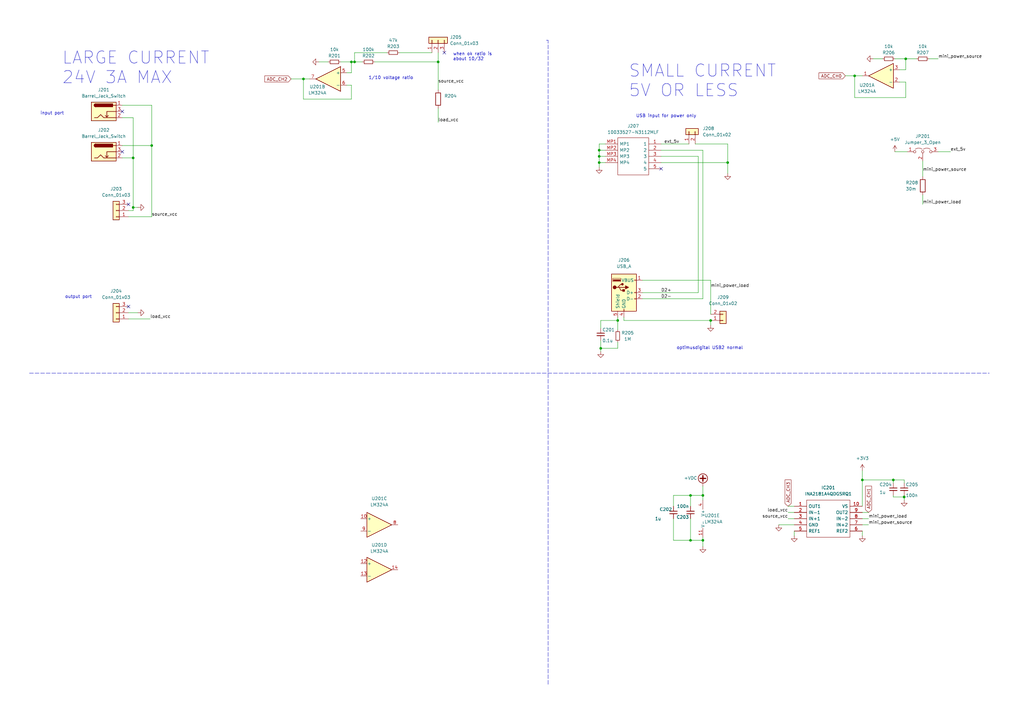
<source format=kicad_sch>
(kicad_sch (version 20211123) (generator eeschema)
  (paper "A3")
  (title_block (title "ESP32 audio power meter SD dataloger") (rev "1"))
  (lib_symbols
    (symbol "Amplifier_Operational:LM324A" (pin_names (offset 0.127))
      (property "Reference" "U" (at 0 5.08 0))
      (property "Value" "LM324A" (at 0 -5.08 0))
      (symbol "LM324A_1_1"
        (polyline (pts (xy -5.08 5.08) (xy 5.08 0) (xy -5.08 -5.08) (xy -5.08 5.08)) (stroke (width 0.254)) (fill (type background)))
        (pin output line (at 7.62 0 180) (length 2.54) (name "~") (number "1"))
        (pin input line (at -7.62 -2.54 0) (length 2.54) (name "-") (number "2"))
        (pin input line (at -7.62 2.54 0) (length 2.54) (name "+") (number "3"))
      )
      (symbol "LM324A_2_1"
        (polyline (pts (xy -5.08 5.08) (xy 5.08 0) (xy -5.08 -5.08) (xy -5.08 5.08)) (stroke (width 0.254)) (fill (type background)))
        (pin input line (at -7.62 2.54 0) (length 2.54) (name "+") (number "5"))
        (pin input line (at -7.62 -2.54 0) (length 2.54) (name "-") (number "6"))
        (pin output line (at 7.62 0 180) (length 2.54) (name "~") (number "7"))
      )
      (symbol "LM324A_3_1"
        (polyline (pts (xy -5.08 5.08) (xy 5.08 0) (xy -5.08 -5.08) (xy -5.08 5.08)) (stroke (width 0.254)) (fill (type background)))
        (pin input line (at -7.62 2.54 0) (length 2.54) (name "+") (number "10"))
        (pin output line (at 7.62 0 180) (length 2.54) (name "~") (number "8"))
        (pin input line (at -7.62 -2.54 0) (length 2.54) (name "-") (number "9"))
      )
      (symbol "LM324A_4_1"
        (polyline (pts (xy -5.08 5.08) (xy 5.08 0) (xy -5.08 -5.08) (xy -5.08 5.08)) (stroke (width 0.254)) (fill (type background)))
        (pin input line (at -7.62 2.54 0) (length 2.54) (name "+") (number "12"))
        (pin input line (at -7.62 -2.54 0) (length 2.54) (name "-") (number "13"))
        (pin output line (at 7.62 0 180) (length 2.54) (name "~") (number "14"))
      )
      (symbol "LM324A_5_1"
        (pin power_in line (at -2.54 -7.62 90) (length 3.81) (name "V-") (number "11"))
        (pin power_in line (at -2.54 7.62 270) (length 3.81) (name "V+") (number "4"))
      )
    )
    (symbol "Connector:Barrel_Jack_Switch" (pin_names hide)
      (property "Reference" "J" (at 0 5.334 0))
      (property "Value" "Barrel_Jack_Switch" (at 0 -5.08 0))
      (symbol "Barrel_Jack_Switch_0_1"
        (rectangle (start -5.08 3.81) (end 5.08 -3.81) (stroke (width 0.254)) (fill (type background)))
        (arc (start -3.302 3.175) (mid -3.937 2.54) (end -3.302 1.905) (stroke (width 0.254)))
        (arc (start -3.302 3.175) (mid -3.937 2.54) (end -3.302 1.905) (stroke (width 0.254)) (fill (type outline)))
        (polyline (pts (xy 1.27 -2.286) (xy 1.905 -1.651)) (stroke (width 0.254)))
        (polyline (pts (xy 5.08 2.54) (xy 3.81 2.54)) (stroke (width 0.254)))
        (polyline (pts (xy 5.08 0) (xy 1.27 0) (xy 1.27 -2.286) (xy 0.635 -1.651)) (stroke (width 0.254)))
        (polyline (pts (xy -3.81 -2.54) (xy -2.54 -2.54) (xy -1.27 -1.27) (xy 0 -2.54) (xy 2.54 -2.54) (xy 5.08 -2.54)) (stroke (width 0.254)))
        (rectangle (start 3.683 3.175) (end -3.302 1.905) (stroke (width 0.254)) (fill (type outline)))
      )
      (symbol "Barrel_Jack_Switch_1_1"
        (pin passive line (at 7.62 2.54 180) (length 2.54) (name "~") (number "1"))
        (pin passive line (at 7.62 -2.54 180) (length 2.54) (name "~") (number "2"))
        (pin passive line (at 7.62 0 180) (length 2.54) (name "~") (number "3"))
      )
    )
    (symbol "Connector:USB_A" (pin_names (offset 1.016))
      (property "Reference" "J" (at -5.08 11.43 0))
      (property "Value" "USB_A" (at -5.08 8.89 0))
      (symbol "USB_A_0_1"
        (rectangle (start -5.08 -7.62) (end 5.08 7.62) (stroke (width 0.254)) (fill (type background)))
        (circle (center -3.81 2.159) (radius 0.635) (stroke (width 0.254)) (fill (type outline)))
        (rectangle (start -1.524 4.826) (end -4.318 5.334) (fill (type outline)))
        (rectangle (start -1.27 4.572) (end -4.572 5.842))
        (circle (center -0.635 3.429) (radius 0.381) (stroke (width 0.254)) (fill (type outline)))
        (rectangle (start -0.127 -7.62) (end 0.127 -6.858))
        (polyline (pts (xy -3.175 2.159) (xy -2.54 2.159) (xy -1.27 3.429) (xy -0.635 3.429)) (stroke (width 0.254)))
        (polyline (pts (xy -2.54 2.159) (xy -1.905 2.159) (xy -1.27 0.889) (xy 0 0.889)) (stroke (width 0.254)))
        (polyline (pts (xy 0.635 2.794) (xy 0.635 1.524) (xy 1.905 2.159) (xy 0.635 2.794)) (stroke (width 0.254)) (fill (type outline)))
        (rectangle (start 0.254 1.27) (end -0.508 0.508) (stroke (width 0.254)) (fill (type outline)))
        (rectangle (start 5.08 -2.667) (end 4.318 -2.413))
        (rectangle (start 5.08 -0.127) (end 4.318 0.127))
        (rectangle (start 5.08 4.953) (end 4.318 5.207))
      )
      (symbol "USB_A_1_1"
        (polyline (pts (xy -1.905 2.159) (xy 0.635 2.159)) (stroke (width 0.254)))
        (pin power_in line (at 7.62 5.08 180) (length 2.54) (name "VBUS") (number "1"))
        (pin bidirectional line (at 7.62 -2.54 180) (length 2.54) (name "D-") (number "2"))
        (pin bidirectional line (at 7.62 0 180) (length 2.54) (name "D+") (number "3"))
        (pin power_in line (at 0 -10.16 90) (length 2.54) (name "GND") (number "4"))
        (pin passive line (at -2.54 -10.16 90) (length 2.54) (name "Shield") (number "5"))
      )
    )
    (symbol "Connector_Generic:Conn_01x02" (pin_names (offset 1.016) hide)
      (property "Reference" "J" (at 0 2.54 0))
      (property "Value" "Conn_01x02" (at 0 -5.08 0))
      (symbol "Conn_01x02_1_1"
        (rectangle (start -1.27 -2.413) (end 0 -2.667) (stroke (width 0.1524)))
        (rectangle (start -1.27 0.127) (end 0 -0.127) (stroke (width 0.1524)))
        (rectangle (start -1.27 1.27) (end 1.27 -3.81) (stroke (width 0.254)) (fill (type background)))
        (pin passive line (at -5.08 0 0) (length 3.81) (name "Pin_1") (number "1"))
        (pin passive line (at -5.08 -2.54 0) (length 3.81) (name "Pin_2") (number "2"))
      )
    )
    (symbol "Connector_Generic:Conn_01x03" (pin_names (offset 1.016) hide)
      (property "Reference" "J" (at 0 5.08 0))
      (property "Value" "Conn_01x03" (at 0 -5.08 0))
      (symbol "Conn_01x03_1_1"
        (rectangle (start -1.27 -2.413) (end 0 -2.667) (stroke (width 0.1524)))
        (rectangle (start -1.27 0.127) (end 0 -0.127) (stroke (width 0.1524)))
        (rectangle (start -1.27 2.667) (end 0 2.413) (stroke (width 0.1524)))
        (rectangle (start -1.27 3.81) (end 1.27 -3.81) (stroke (width 0.254)) (fill (type background)))
        (pin passive line (at -5.08 2.54 0) (length 3.81) (name "Pin_1") (number "1"))
        (pin passive line (at -5.08 0 0) (length 3.81) (name "Pin_2") (number "2"))
        (pin passive line (at -5.08 -2.54 0) (length 3.81) (name "Pin_3") (number "3"))
      )
    )
    (symbol "Device:C_Small" (pin_numbers hide) (pin_names (offset 0.254) hide)
      (property "Reference" "C" (at 0.254 1.778 0))
      (property "Value" "C_Small" (at 0.254 -2.032 0))
      (symbol "C_Small_0_1"
        (polyline (pts (xy -1.524 -0.508) (xy 1.524 -0.508)) (stroke (width 0.3302)))
        (polyline (pts (xy -1.524 0.508) (xy 1.524 0.508)) (stroke (width 0.3048)))
      )
      (symbol "C_Small_1_1"
        (pin passive line (at 0 2.54 270) (length 2.032) (name "~") (number "1"))
        (pin passive line (at 0 -2.54 90) (length 2.032) (name "~") (number "2"))
      )
    )
    (symbol "Device:R" (pin_numbers hide) (pin_names (offset 0))
      (property "Reference" "R" (at 2.032 0 90))
      (property "Value" "R" (at 0 0 90))
      (symbol "R_0_1"
        (rectangle (start -1.016 -2.54) (end 1.016 2.54) (stroke (width 0.254)))
      )
      (symbol "R_1_1"
        (pin passive line (at 0 3.81 270) (length 1.27) (name "~") (number "1"))
        (pin passive line (at 0 -3.81 90) (length 1.27) (name "~") (number "2"))
      )
    )
    (symbol "Device:R_Small" (pin_numbers hide) (pin_names (offset 0.254) hide)
      (property "Reference" "R" (at 0.762 0.508 0))
      (property "Value" "R_Small" (at 0.762 -1.016 0))
      (symbol "R_Small_0_1"
        (rectangle (start -0.762 1.778) (end 0.762 -1.778) (stroke (width 0.2032)))
      )
      (symbol "R_Small_1_1"
        (pin passive line (at 0 2.54 270) (length 0.762) (name "~") (number "1"))
        (pin passive line (at 0 -2.54 90) (length 0.762) (name "~") (number "2"))
      )
    )
    (symbol "Jumper:Jumper_3_Open" (pin_names (offset 0) hide)
      (property "Reference" "JP" (at -2.54 -2.54 0))
      (property "Value" "Jumper_3_Open" (at 0 2.794 0))
      (symbol "Jumper_3_Open_0_0"
        (circle (center -3.302 0) (radius 0.508))
        (circle (center 0 0) (radius 0.508))
        (circle (center 3.302 0) (radius 0.508))
      )
      (symbol "Jumper_3_Open_0_1"
        (arc (start -0.254 1.016) (mid -1.651 1.4992) (end -3.048 1.016))
        (polyline (pts (xy 0 -0.508) (xy 0 -1.27)))
        (arc (start 3.048 1.016) (mid 1.651 1.4992) (end 0.254 1.016))
      )
      (symbol "Jumper_3_Open_1_1"
        (pin passive line (at -6.35 0 0) (length 2.54) (name "A") (number "1"))
        (pin input line (at 0 -3.81 90) (length 2.54) (name "C") (number "2"))
        (pin passive line (at 6.35 0 180) (length 2.54) (name "B") (number "3"))
      )
    )
    (symbol "SamacSys_Parts:10033527-N3112MLF" (pin_names (offset 0.762))
      (property "Reference" "J" (at 19.05 7.62 0))
      (property "Value" "10033527-N3112MLF" (at 19.05 5.08 0))
      (symbol "10033527-N3112MLF_0_0"
        (pin passive line (at 0 0 0) (length 5.08) (name "1") (number "1"))
        (pin passive line (at 0 -2.54 0) (length 5.08) (name "2") (number "2"))
        (pin passive line (at 0 -5.08 0) (length 5.08) (name "3") (number "3"))
        (pin passive line (at 0 -7.62 0) (length 5.08) (name "4") (number "4"))
        (pin passive line (at 0 -10.16 0) (length 5.08) (name "5") (number "5"))
        (pin passive line (at 22.86 0 180) (length 5.08) (name "MP1") (number "MP1"))
        (pin passive line (at 22.86 -2.54 180) (length 5.08) (name "MP2") (number "MP2"))
        (pin passive line (at 22.86 -5.08 180) (length 5.08) (name "MP3") (number "MP3"))
        (pin passive line (at 22.86 -7.62 180) (length 5.08) (name "MP4") (number "MP4"))
      )
      (symbol "10033527-N3112MLF_0_1"
        (polyline (pts (xy 5.08 2.54) (xy 17.78 2.54) (xy 17.78 -12.7) (xy 5.08 -12.7) (xy 5.08 2.54)) (stroke (width 0.1524)))
      )
    )
    (symbol "SamacSys_Parts:INA2181A4QDGSRQ1" (pin_names (offset 0.762))
      (property "Reference" "IC" (at 24.13 7.62 0))
      (property "Value" "INA2181A4QDGSRQ1" (at 24.13 5.08 0))
      (symbol "INA2181A4QDGSRQ1_0_0"
        (pin passive line (at 0 0 0) (length 5.08) (name "OUT1") (number "1"))
        (pin passive line (at 27.94 0 180) (length 5.08) (name "VS") (number "10"))
        (pin passive line (at 0 -2.54 0) (length 5.08) (name "IN-1") (number "2"))
        (pin passive line (at 0 -5.08 0) (length 5.08) (name "IN+1") (number "3"))
        (pin passive line (at 0 -7.62 0) (length 5.08) (name "GND") (number "4"))
        (pin passive line (at 0 -10.16 0) (length 5.08) (name "REF1") (number "5"))
        (pin passive line (at 27.94 -10.16 180) (length 5.08) (name "REF2") (number "6"))
        (pin passive line (at 27.94 -7.62 180) (length 5.08) (name "IN+2") (number "7"))
        (pin passive line (at 27.94 -5.08 180) (length 5.08) (name "IN-2") (number "8"))
        (pin passive line (at 27.94 -2.54 180) (length 5.08) (name "OUT2") (number "9"))
      )
      (symbol "INA2181A4QDGSRQ1_0_1"
        (polyline (pts (xy 5.08 2.54) (xy 22.86 2.54) (xy 22.86 -12.7) (xy 5.08 -12.7) (xy 5.08 2.54)) (stroke (width 0.1524)))
      )
    )
    (symbol "power:+3V3" (power) (pin_names (offset 0))
      (property "Value" "+3V3" (at 0 3.556 0))
      (symbol "+3V3_0_1"
        (polyline (pts (xy -0.762 1.27) (xy 0 2.54)))
        (polyline (pts (xy 0 0) (xy 0 2.54)))
        (polyline (pts (xy 0 2.54) (xy 0.762 1.27)))
      )
      (symbol "+3V3_1_1"
        (pin power_in line (at 0 0 90) (length 0) hide (name "+3V3") (number "1"))
      )
    )
    (symbol "power:+5V" (power) (pin_names (offset 0))
      (property "Value" "+5V" (at 0 3.556 0))
      (symbol "+5V_0_1"
        (polyline (pts (xy -0.762 1.27) (xy 0 2.54)))
        (polyline (pts (xy 0 0) (xy 0 2.54)))
        (polyline (pts (xy 0 2.54) (xy 0.762 1.27)))
      )
      (symbol "+5V_1_1"
        (pin power_in line (at 0 0 90) (length 0) hide (name "+5V") (number "1"))
      )
    )
    (symbol "power:+VDC" (power) (pin_names (offset 0))
      (property "Value" "+VDC" (at 0 6.35 0))
      (symbol "+VDC_0_1"
        (polyline (pts (xy -1.143 3.175) (xy 1.143 3.175)) (stroke (width 0.508)))
        (polyline (pts (xy 0 0) (xy 0 1.27)))
        (polyline (pts (xy 0 2.032) (xy 0 4.318)) (stroke (width 0.508)))
        (circle (center 0 3.175) (radius 1.905) (stroke (width 0.254)))
      )
      (symbol "+VDC_1_1"
        (pin power_in line (at 0 0 90) (length 0) hide (name "+VDC") (number "1"))
      )
    )
    (symbol "power:GND" (power) (pin_names (offset 0))
      (property "Value" "GND" (at 0 -3.81 0))
      (symbol "GND_0_1"
        (polyline (pts (xy 0 0) (xy 0 -1.27) (xy 1.27 -1.27) (xy 0 -2.54) (xy -1.27 -1.27) (xy 0 -1.27)))
      )
      (symbol "GND_1_1"
        (pin power_in line (at 0 0 270) (length 0) hide (name "GND") (number "1"))
      )
    )
  )
  (junction (at 144.145 25.4))
  (junction (at 353.695 196.85))
  (junction (at 62.23 59.69))
  (junction (at 298.45 66.675))
  (junction (at 145.415 25.4))
  (junction (at 350.52 31.115))
  (junction (at 288.29 203.2))
  (junction (at 366.395 196.85))
  (junction (at 124.46 32.385))
  (junction (at 288.29 221.615))
  (junction (at 246.38 142.875))
  (junction (at 245.745 66.675))
  (junction (at 291.465 131.445))
  (junction (at 371.475 24.13))
  (junction (at 54.61 64.77))
  (junction (at 253.365 131.445))
  (junction (at 179.705 25.4))
  (junction (at 370.84 203.835))
  (junction (at 283.21 221.615))
  (junction (at 245.745 64.135))
  (junction (at 283.21 203.2))
  (junction (at 245.745 61.595))
  (junction (at 54.61 85.09))
  (no_connect (at 50.165 62.23))
  (no_connect (at 50.165 45.72))
  (no_connect (at 182.245 21.59))
  (no_connect (at 271.145 69.215))
  (no_connect (at 52.705 83.82))
  (no_connect (at 52.705 125.73))
  (wire (pts (xy 62.23 59.69) (xy 62.23 88.9)))
  (wire (pts (xy 370.84 203.835) (xy 370.84 203.2)))
  (wire (pts (xy 263.525 114.935) (xy 291.465 114.935)))
  (wire (pts (xy 179.705 25.4) (xy 179.705 36.83)))
  (wire (pts (xy 361.95 24.13) (xy 358.14 24.13)))
  (wire (pts (xy 52.705 128.27) (xy 56.515 128.27)))
  (wire (pts (xy 276.225 207.645) (xy 276.225 203.2)))
  (wire (pts (xy 378.46 80.01) (xy 378.46 83.82)))
  (wire (pts (xy 54.61 48.26) (xy 50.165 48.26)))
  (wire (pts (xy 271.145 64.135) (xy 286.385 64.135)))
  (wire (pts (xy 346.71 31.115) (xy 350.52 31.115)))
  (wire (pts (xy 144.145 40.64) (xy 144.145 34.925)))
  (wire (pts (xy 371.475 28.575) (xy 371.475 24.13)))
  (wire (pts (xy 253.365 131.445) (xy 253.365 135.255)))
  (wire (pts (xy 288.29 220.345) (xy 288.29 221.615)))
  (wire (pts (xy 62.23 59.69) (xy 50.165 59.69)))
  (wire (pts (xy 142.24 29.845) (xy 144.145 29.845)))
  (wire (pts (xy 378.46 66.04) (xy 378.46 72.39)))
  (wire (pts (xy 366.395 203.2) (xy 366.395 203.835)))
  (polyline (pts (xy 224.79 280.67) (xy 224.79 16.51)))
  (wire (pts (xy 371.475 33.655) (xy 371.475 40.005)))
  (wire (pts (xy 283.21 203.2) (xy 283.21 207.645)))
  (wire (pts (xy 353.695 196.85) (xy 353.695 207.645)))
  (wire (pts (xy 62.23 43.18) (xy 62.23 59.69)))
  (wire (pts (xy 253.365 140.335) (xy 253.365 142.875)))
  (wire (pts (xy 124.46 40.64) (xy 144.145 40.64)))
  (wire (pts (xy 370.84 196.85) (xy 370.84 198.12)))
  (wire (pts (xy 245.745 61.595) (xy 248.285 61.595)))
  (wire (pts (xy 62.23 88.9) (xy 52.705 88.9)))
  (wire (pts (xy 144.145 29.845) (xy 144.145 25.4)))
  (wire (pts (xy 371.475 40.005) (xy 350.52 40.005)))
  (wire (pts (xy 246.38 131.445) (xy 246.38 134.62)))
  (wire (pts (xy 144.145 25.4) (xy 139.7 25.4)))
  (wire (pts (xy 145.415 25.4) (xy 144.145 25.4)))
  (wire (pts (xy 350.52 40.005) (xy 350.52 31.115)))
  (wire (pts (xy 179.705 44.45) (xy 179.705 50.165)))
  (wire (pts (xy 148.59 25.4) (xy 145.415 25.4)))
  (wire (pts (xy 248.285 59.055) (xy 245.745 59.055)))
  (wire (pts (xy 245.745 59.055) (xy 245.745 61.595)))
  (wire (pts (xy 276.225 221.615) (xy 276.225 212.725)))
  (wire (pts (xy 283.21 212.725) (xy 283.21 221.615)))
  (wire (pts (xy 163.83 21.59) (xy 177.165 21.59)))
  (wire (pts (xy 145.415 21.59) (xy 145.415 25.4)))
  (wire (pts (xy 124.46 32.385) (xy 124.46 40.64)))
  (wire (pts (xy 54.61 85.09) (xy 56.515 85.09)))
  (wire (pts (xy 158.75 21.59) (xy 145.415 21.59)))
  (wire (pts (xy 283.21 221.615) (xy 288.29 221.615)))
  (wire (pts (xy 353.695 196.85) (xy 366.395 196.85)))
  (wire (pts (xy 384.81 24.13) (xy 381 24.13)))
  (wire (pts (xy 271.145 66.675) (xy 298.45 66.675)))
  (wire (pts (xy 288.29 122.555) (xy 263.525 122.555)))
  (wire (pts (xy 271.145 59.055) (xy 282.575 59.055)))
  (wire (pts (xy 124.46 32.385) (xy 127 32.385)))
  (wire (pts (xy 286.385 120.015) (xy 263.525 120.015)))
  (wire (pts (xy 323.215 210.185) (xy 325.755 210.185)))
  (wire (pts (xy 288.29 199.39) (xy 288.29 203.2)))
  (wire (pts (xy 246.38 142.875) (xy 246.38 144.145)))
  (wire (pts (xy 246.38 131.445) (xy 253.365 131.445)))
  (wire (pts (xy 353.695 215.265) (xy 356.235 215.265)))
  (wire (pts (xy 134.62 25.4) (xy 130.81 25.4)))
  (wire (pts (xy 368.935 33.655) (xy 371.475 33.655)))
  (wire (pts (xy 323.215 207.645) (xy 325.755 207.645)))
  (wire (pts (xy 248.285 66.675) (xy 245.745 66.675)))
  (wire (pts (xy 353.695 193.04) (xy 353.695 196.85)))
  (polyline (pts (xy 224.79 16.51) (xy 224.155 16.51)))
  (wire (pts (xy 142.24 34.925) (xy 144.145 34.925)))
  (wire (pts (xy 288.29 61.595) (xy 288.29 122.555)))
  (wire (pts (xy 298.45 66.675) (xy 298.45 71.12)))
  (wire (pts (xy 298.45 59.055) (xy 285.115 59.055)))
  (wire (pts (xy 291.465 131.445) (xy 291.465 133.35)))
  (wire (pts (xy 371.475 24.13) (xy 367.03 24.13)))
  (wire (pts (xy 384.81 62.23) (xy 389.89 62.23)))
  (wire (pts (xy 353.695 219.71) (xy 353.695 217.805)))
  (wire (pts (xy 366.395 203.835) (xy 370.84 203.835)))
  (wire (pts (xy 246.38 139.7) (xy 246.38 142.875)))
  (wire (pts (xy 367.03 62.23) (xy 372.11 62.23)))
  (wire (pts (xy 276.225 203.2) (xy 283.21 203.2)))
  (wire (pts (xy 50.165 64.77) (xy 54.61 64.77)))
  (wire (pts (xy 255.905 131.445) (xy 255.905 130.175)))
  (wire (pts (xy 366.395 196.85) (xy 370.84 196.85)))
  (wire (pts (xy 271.145 61.595) (xy 288.29 61.595)))
  (wire (pts (xy 353.695 210.185) (xy 356.235 210.185)))
  (wire (pts (xy 245.745 64.135) (xy 245.745 66.675)))
  (wire (pts (xy 54.61 85.09) (xy 54.61 86.36)))
  (wire (pts (xy 50.165 43.18) (xy 62.23 43.18)))
  (wire (pts (xy 350.52 31.115) (xy 353.695 31.115)))
  (wire (pts (xy 370.84 205.105) (xy 370.84 203.835)))
  (wire (pts (xy 245.745 61.595) (xy 245.745 64.135)))
  (wire (pts (xy 288.29 221.615) (xy 288.29 224.155)))
  (polyline (pts (xy 12.065 153.035) (xy 405.765 153.035)))
  (wire (pts (xy 245.745 66.675) (xy 245.745 68.58)))
  (wire (pts (xy 325.755 215.265) (xy 319.405 215.265)))
  (wire (pts (xy 286.385 64.135) (xy 286.385 120.015)))
  (wire (pts (xy 366.395 196.85) (xy 366.395 198.12)))
  (wire (pts (xy 325.755 219.71) (xy 325.755 217.805)))
  (polyline (pts (xy 224.155 16.51) (xy 224.155 16.51)))
  (wire (pts (xy 253.365 130.175) (xy 253.365 131.445)))
  (wire (pts (xy 253.365 142.875) (xy 246.38 142.875)))
  (wire (pts (xy 375.92 24.13) (xy 371.475 24.13)))
  (wire (pts (xy 323.215 212.725) (xy 325.755 212.725)))
  (wire (pts (xy 54.61 86.36) (xy 52.705 86.36)))
  (wire (pts (xy 276.225 221.615) (xy 283.21 221.615)))
  (wire (pts (xy 54.61 64.77) (xy 54.61 48.26)))
  (wire (pts (xy 54.61 64.77) (xy 54.61 85.09)))
  (wire (pts (xy 153.67 25.4) (xy 179.705 25.4)))
  (wire (pts (xy 353.695 212.725) (xy 356.235 212.725)))
  (wire (pts (xy 291.465 114.935) (xy 291.465 128.905)))
  (wire (pts (xy 179.705 21.59) (xy 179.705 25.4)))
  (wire (pts (xy 119.38 32.385) (xy 124.46 32.385)))
  (wire (pts (xy 248.285 64.135) (xy 245.745 64.135)))
  (wire (pts (xy 283.21 203.2) (xy 288.29 203.2)))
  (wire (pts (xy 291.465 131.445) (xy 255.905 131.445)))
  (wire (pts (xy 368.935 28.575) (xy 371.475 28.575)))
  (wire (pts (xy 61.595 130.81) (xy 52.705 130.81)))
  (wire (pts (xy 298.45 66.675) (xy 298.45 59.055)))
  (wire (pts (xy 288.29 203.2) (xy 288.29 205.105)))
  (text "USB input for power only" (at 260.858 48.387 0) (effects (font (size 1.27 1.27)) (justify left bottom)))
  (text "SMALL CURRENT\n5V OR LESS" (at 257.81 40.132 0) (effects (font (size 5 5)) (justify left bottom)))
  (text "1/10 voltage ratio" (at 151.13 32.766 0) (effects (font (size 1.27 1.27)) (justify left bottom)))
  (text "input port" (at 16.51 47.244 0) (effects (font (size 1.27 1.27)) (justify left bottom)))
  (text "output port" (at 26.67 122.555 0) (effects (font (size 1.27 1.27)) (justify left bottom)))
  (text "LARGE CURRENT\n24V 3A MAX" (at 25.4 34.798 0) (effects (font (size 5 5)) (justify left bottom)))
  (text "when ok ratio is\nabout 10/32" (at 185.801 25.019 0) (effects (font (size 1.27 1.27)) (justify left bottom)))
  (text "optimusdigital USB2 normal" (at 277.495 143.51 0) (effects (font (size 1.27 1.27)) (justify left bottom)))
  (label "D2-" (at 271.145 122.555 0))
  (label "ext_5v" (at 272.415 59.055 0))
  (label "mini_power_source" (at 356.235 215.265 0))
  (label "ext_5v" (at 389.89 62.23 0))
  (label "load_vcc" (at 61.595 130.81 0))
  (label "D2+" (at 271.145 120.015 0))
  (label "mini_power_load" (at 378.46 83.82 0))
  (label "source_vcc" (at 323.215 212.725 180))
  (label "load_vcc" (at 323.215 210.185 180))
  (label "mini_power_load" (at 291.465 118.11 0))
  (label "mini_power_load" (at 356.235 212.725 0))
  (label "load_vcc" (at 179.705 50.165 0))
  (label "mini_power_source" (at 384.81 24.13 0))
  (label "source_vcc" (at 62.23 88.9 0))
  (label "mini_power_source" (at 378.46 70.485 0))
  (label "source_vcc" (at 179.705 34.29 0))
  (global_label "ADC_CH3" (shape input) (at 323.215 207.645 90) (property "Intersheet References" "${INTERSHEET_REFS}" (effects hide)))
  (global_label "ADC_CH0" (shape input) (at 346.71 31.115 180) (property "Intersheet References" "${INTERSHEET_REFS}" (effects hide)))
  (global_label "ADC_CH1" (shape input) (at 356.235 210.185 90) (property "Intersheet References" "${INTERSHEET_REFS}" (effects hide)))
  (global_label "ADC_CH2" (shape input) (at 119.38 32.385 180) (property "Intersheet References" "${INTERSHEET_REFS}" (effects hide)))
  (symbol (lib_id "power:GND") (at 245.745 68.58 0) (unit 1)
    (property "Reference" "#PWR0204" (effects hide))
    (property "Value" "GND" (effects hide))
  )
  (symbol (lib_id "power:GND") (at 130.81 25.4 270) (mirror x) (unit 1)
    (property "Reference" "#PWR0203" (effects hide))
    (property "Value" "GND" (effects hide))
  )
  (symbol (lib_id "power:GND") (at 353.695 219.71 0) (unit 1)
    (property "Reference" "#PWR0213" (effects hide))
    (property "Value" "GND" (effects hide))
  )
  (symbol (lib_id "power:+3V3") (at 353.695 193.04 0) (unit 1)
    (property "Reference" "#PWR0212" (effects hide))
    (property "Value" "+3V3" (at 353.695 187.96 0))
  )
  (symbol (lib_id "Device:C_Small") (at 276.225 210.185 0) (unit 1)
    (property "Reference" "C202" (at 270.51 208.915 0) (effects (justify left)))
    (property "Value" "1u" (at 268.605 212.725 0) (effects (justify left)))
    (property "Footprint" "Capacitor_SMD:C_0603_1608Metric_Pad1.08x0.95mm_HandSolder" (effects hide))
  )
  (symbol (lib_id "power:GND") (at 56.515 85.09 90) (unit 1)
    (property "Reference" "#PWR0201" (effects hide))
    (property "Value" "GND" (effects hide))
  )
  (symbol (lib_id "power:GND") (at 358.14 24.13 270) (mirror x) (unit 1)
    (property "Reference" "#PWR0214" (effects hide))
    (property "Value" "GND" (effects hide))
  )
  (symbol (lib_id "Amplifier_Operational:LM324A") (at 134.62 32.385 0) (mirror y) (unit 2)
    (property "Reference" "U201" (at 130.175 35.56 0))
    (property "Value" "LM324A" (at 130.175 38.1 0))
    (property "Datasheet" "http://www.ti.com/lit/ds/symlink/lm2902-n.pdf" (effects hide))
  )
  (symbol (lib_id "Device:C_Small") (at 366.395 200.66 0) (unit 1)
    (property "Reference" "C204" (at 360.68 198.755 0) (effects (justify left)))
    (property "Value" "1u" (at 360.68 201.93 0) (effects (justify left)))
    (property "Footprint" "Capacitor_SMD:C_0603_1608Metric_Pad1.08x0.95mm_HandSolder" (effects hide))
  )
  (symbol (lib_id "power:GND") (at 319.405 215.265 0) (unit 1)
    (property "Reference" "#PWR0210" (effects hide))
    (property "Value" "GND" (effects hide))
  )
  (symbol (lib_id "Connector_Generic:Conn_01x02") (at 282.575 53.975 90) (unit 1)
    (property "Reference" "J208" (at 288.163 52.7049 90) (effects (justify right)))
    (property "Value" "Conn_01x02" (at 288.163 55.2449 90) (effects (justify right)))
    (property "Footprint" "TestPoint:TestPoint_2Pads_Pitch5.08mm_Drill1.3mm" (effects hide))
  )
  (symbol (lib_id "Device:R_Small") (at 364.49 24.13 90) (mirror x) (unit 1)
    (property "Reference" "R206" (at 364.49 21.59 90))
    (property "Value" "10k" (at 364.49 19.05 90))
    (property "Footprint" "Resistor_SMD:R_0603_1608Metric_Pad0.98x0.95mm_HandSolder" (effects hide))
  )
  (symbol (lib_id "Device:R") (at 378.46 76.2 180) (unit 1)
    (property "Reference" "R208" (at 371.475 74.93 0) (effects (justify right)))
    (property "Value" "30m" (at 371.475 77.47 0) (effects (justify right)))
    (property "Footprint" "Resistor_SMD:R_0402_1005Metric_Pad0.72x0.64mm_HandSolder" (effects hide))
    (property "Datasheet" "https://ro.mouser.com/ProductDetail/Vishay/WFCP0402R0300FE66?qs=sGAEpiMZZMtlubZbdhIBIDf1ptYLsLpZVbMOaZMIxcY%3D" (effects hide))
  )
  (symbol (lib_id "Device:C_Small") (at 246.38 137.16 0) (unit 1)
    (property "Reference" "C201" (at 247.015 135.255 0) (effects (justify left)))
    (property "Value" "0.1u" (at 247.015 139.7 0) (effects (justify left)))
    (property "Footprint" "Capacitor_SMD:C_0603_1608Metric_Pad1.08x0.95mm_HandSolder" (effects hide))
  )
  (symbol (lib_id "Device:R_Small") (at 151.13 25.4 90) (mirror x) (unit 1)
    (property "Reference" "R202" (at 151.13 22.86 90))
    (property "Value" "100k" (at 151.13 20.32 90))
    (property "Footprint" "Resistor_SMD:R_0603_1608Metric_Pad0.98x0.95mm_HandSolder" (effects hide))
  )
  (symbol (lib_id "Connector_Generic:Conn_01x03") (at 47.625 86.36 180) (unit 1)
    (property "Reference" "J203" (at 47.625 77.47 0))
    (property "Value" "Conn_01x03" (at 47.625 80.01 0))
    (property "Footprint" "Connectors:SCREWTERMINAL-5MM-3" (effects hide))
  )
  (symbol (lib_id "Device:C_Small") (at 283.21 210.185 180) (unit 1)
    (property "Reference" "C203" (at 282.575 212.09 0) (effects (justify left)))
    (property "Value" "100n" (at 282.575 207.645 0) (effects (justify left)))
    (property "Footprint" "Capacitor_SMD:C_0603_1608Metric_Pad1.08x0.95mm_HandSolder" (effects hide))
  )
  (symbol (lib_id "Device:C_Small") (at 370.84 200.66 0) (unit 1)
    (property "Reference" "C205" (at 371.475 198.755 0) (effects (justify left)))
    (property "Value" "100n" (at 371.475 203.2 0) (effects (justify left)))
    (property "Footprint" "Capacitor_SMD:C_0603_1608Metric_Pad1.08x0.95mm_HandSolder" (effects hide))
  )
  (symbol (lib_id "Connector_Generic:Conn_01x03") (at 47.625 128.27 180) (unit 1)
    (property "Reference" "J204" (at 47.625 119.38 0))
    (property "Value" "Conn_01x03" (at 47.625 121.92 0))
    (property "Footprint" "Connectors:SCREWTERMINAL-5MM-3" (effects hide))
  )
  (symbol (lib_id "Connector:Barrel_Jack_Switch") (at 42.545 62.23 0) (unit 1)
    (property "Reference" "J202" (at 42.545 53.34 0))
    (property "Value" "Barrel_Jack_Switch" (at 42.545 55.88 0))
    (property "Footprint" "Connector_BarrelJack:BarrelJack_Wuerth_6941xx301002" (effects hide))
  )
  (symbol (lib_id "Connector_Generic:Conn_01x02") (at 296.545 131.445 0) (mirror x) (unit 1)
    (property "Reference" "J209" (at 296.545 121.92 0))
    (property "Value" "Conn_01x02" (at 296.545 124.46 0))
    (property "Footprint" "TestPoint:TestPoint_2Pads_Pitch5.08mm_Drill1.3mm" (effects hide))
  )
  (symbol (lib_id "Connector_Generic:Conn_01x03") (at 179.705 16.51 90) (unit 1)
    (property "Reference" "J205" (at 184.531 15.2399 90) (effects (justify right)))
    (property "Value" "Conn_01x03" (at 184.531 17.7799 90) (effects (justify right)))
    (property "Footprint" "Connector_PinSocket_2.54mm:PinSocket_1x03_P2.54mm_Vertical" (effects hide))
  )
  (symbol (lib_id "power:+5V") (at 367.03 62.23 0) (unit 1)
    (property "Reference" "#PWR0215" (effects hide))
    (property "Value" "+5V" (at 367.03 57.15 0))
  )
  (symbol (lib_id "Connector:USB_A") (at 255.905 120.015 0) (unit 1)
    (property "Reference" "J206" (at 255.905 106.68 0))
    (property "Value" "USB_A" (at 255.905 109.22 0))
    (property "Footprint" "Connector_USB:USB_A_Molex_67643_Horizontal" (effects hide))
    (property "Datasheet" " ~" (effects hide))
  )
  (symbol (lib_id "power:GND") (at 288.29 224.155 0) (unit 1)
    (property "Reference" "#PWR0207" (effects hide))
    (property "Value" "GND" (effects hide))
  )
  (symbol (lib_id "power:+VDC") (at 288.29 199.39 0) (unit 1)
    (property "Reference" "#PWR0206" (effects hide))
    (property "Value" "+VDC" (at 283.21 196.088 0))
  )
  (symbol (lib_id "Amplifier_Operational:LM324A") (at 361.315 31.115 0) (mirror y) (unit 1)
    (property "Reference" "U201" (at 355.6 34.925 0))
    (property "Value" "LM324A" (at 355.6 37.465 0))
    (property "Datasheet" "http://www.ti.com/lit/ds/symlink/lm2902-n.pdf" (effects hide))
  )
  (symbol (lib_id "Device:R_Small") (at 137.16 25.4 90) (mirror x) (unit 1)
    (property "Reference" "R201" (at 137.16 22.86 90))
    (property "Value" "10k" (at 137.16 20.32 90))
    (property "Footprint" "Resistor_SMD:R_0603_1608Metric_Pad0.98x0.95mm_HandSolder" (effects hide))
  )
  (symbol (lib_id "Amplifier_Operational:LM324A") (at 155.575 233.68 0) (unit 4)
    (property "Reference" "U201" (at 155.575 223.52 0))
    (property "Value" "LM324A" (at 155.575 226.06 0))
    (property "Datasheet" "http://www.ti.com/lit/ds/symlink/lm2902-n.pdf" (effects hide))
  )
  (symbol (lib_id "SamacSys_Parts:INA2181A4QDGSRQ1") (at 325.755 207.645 0) (unit 1)
    (property "Reference" "IC201" (at 339.725 200.025 0))
    (property "Value" "INA2181A4QDGSRQ1" (at 339.725 202.565 0))
    (property "Footprint" "SOP50P490X110-10N" (effects hide))
    (property "Datasheet" "http://www.ti.com/lit/gpn/ina2181-q1" (effects hide))
    (property "Description" "AEC-Q100, Dual Channel, 26V, Bi-Directional, Low-/High-Side, Voltage Output Current Sense Amp" (effects hide))
    (property "Height" "1.1" (effects hide))
    (property "Mouser Part Number" "595-INA2181A4QDGSRQ1" (effects hide))
    (property "Mouser Price/Stock" "https://www.mouser.co.uk/ProductDetail/Texas-Instruments/INA2181A4QDGSRQ1?qs=vdi0iO8H4N3bdnvgZyoEcw%3D%3D" (effects hide))
    (property "Manufacturer_Name" "Texas Instruments" (effects hide))
    (property "Manufacturer_Part_Number" "INA2181A4QDGSRQ1" (effects hide))
  )
  (symbol (lib_id "power:GND") (at 325.755 219.71 0) (unit 1)
    (property "Reference" "#PWR0211" (effects hide))
    (property "Value" "GND" (effects hide))
  )
  (symbol (lib_id "Device:R_Small") (at 378.46 24.13 90) (mirror x) (unit 1)
    (property "Reference" "R207" (at 378.46 21.59 90))
    (property "Value" "10k" (at 378.46 19.05 90))
    (property "Footprint" "Resistor_SMD:R_0603_1608Metric_Pad0.98x0.95mm_HandSolder" (effects hide))
  )
  (symbol (lib_id "Device:R") (at 179.705 40.64 0) (unit 1)
    (property "Reference" "R204" (at 182.245 39.37 0) (effects (justify left)))
    (property "Datasheet" "https://ro.mouser.com/ProductDetail/Vishay/WFCP06125L000FE66?qs=sGAEpiMZZMtlubZbdhIBIJBDgjsVQBFlUYEtiJor9t8%3D" (effects hide))
  )
  (symbol (lib_id "Device:R_Small") (at 253.365 137.795 0) (mirror x) (unit 1)
    (property "Reference" "R205" (at 257.429 136.525 0))
    (property "Value" "1M" (at 257.429 139.065 0))
    (property "Footprint" "Resistor_SMD:R_0603_1608Metric_Pad0.98x0.95mm_HandSolder" (effects hide))
  )
  (symbol (lib_id "power:GND") (at 298.45 71.12 0) (unit 1)
    (property "Reference" "#PWR0209" (effects hide))
    (property "Value" "GND" (effects hide))
  )
  (symbol (lib_id "SamacSys_Parts:10033527-N3112MLF") (at 271.145 59.055 0) (mirror y) (unit 1)
    (property "Reference" "J207" (at 259.715 51.689 0))
    (property "Value" "10033527-N3112MLF" (at 259.715 54.229 0))
    (property "Footprint" "SamacSys_Parts:10033527N3112MLF" (effects hide))
    (property "Datasheet" "https://cdn.amphenol-icc.com/media/wysiwyg/files/drawing/10033527.pdf" (effects hide))
    (property "Description" "USB - mini AB USB 2.0 Receptacle Connector 5 Position Surface Mount, Right Angle" (effects hide))
    (property "Height" "4.05" (effects hide))
    (property "Mouser Part Number" "649-10033527N3112MLF" (effects hide))
    (property "Mouser Price/Stock" "https://www.mouser.co.uk/ProductDetail/Amphenol-FCI/10033527-N3112MLF?qs=SY%2F34uu5F4ZzUdhf3C4mRw%3D%3D" (effects hide))
    (property "Manufacturer_Name" "Amphenol" (effects hide))
    (property "Manufacturer_Part_Number" "10033527-N3112MLF" (effects hide))
  )
  (symbol (lib_id "Device:R_Small") (at 161.29 21.59 90) (mirror x) (unit 1)
    (property "Reference" "R203" (at 161.29 19.05 90))
    (property "Value" "47k" (at 161.29 16.51 90))
    (property "Footprint" "Resistor_SMD:R_0603_1608Metric_Pad0.98x0.95mm_HandSolder" (effects hide))
  )
  (symbol (lib_id "power:GND") (at 370.84 205.105 0) (unit 1)
    (property "Reference" "#PWR0216" (effects hide))
    (property "Value" "GND" (effects hide))
  )
  (symbol (lib_id "Jumper:Jumper_3_Open") (at 378.46 62.23 0) (unit 1)
    (property "Reference" "JP201" (at 378.46 55.88 0))
    (property "Value" "Jumper_3_Open" (at 378.46 58.42 0))
    (property "Footprint" "Connector_PinHeader_2.54mm:PinHeader_1x03_P2.54mm_Vertical" (effects hide))
  )
  (symbol (lib_id "Amplifier_Operational:LM324A") (at 290.83 212.725 0) (unit 5)
    (property "Reference" "U201" (at 288.925 211.4549 0) (effects (justify left)))
    (property "Value" "LM324A" (at 288.925 213.9949 0) (effects (justify left)))
    (property "Datasheet" "http://www.ti.com/lit/ds/symlink/lm2902-n.pdf" (effects hide))
  )
  (symbol (lib_id "Amplifier_Operational:LM324A") (at 155.575 215.265 0) (unit 3)
    (property "Reference" "U201" (at 155.575 204.47 0))
    (property "Value" "LM324A" (at 155.575 207.01 0))
    (property "Datasheet" "http://www.ti.com/lit/ds/symlink/lm2902-n.pdf" (effects hide))
  )
  (symbol (lib_id "power:GND") (at 291.465 133.35 0) (mirror y) (unit 1)
    (property "Reference" "#PWR0208" (effects hide))
    (property "Value" "GND" (effects hide))
  )
  (symbol (lib_id "power:GND") (at 246.38 144.145 0) (unit 1)
    (property "Reference" "#PWR0205" (effects hide))
    (property "Value" "GND" (effects hide))
  )
  (symbol (lib_id "Connector:Barrel_Jack_Switch") (at 42.545 45.72 0) (unit 1)
    (property "Reference" "J201" (at 42.545 36.83 0))
    (property "Value" "Barrel_Jack_Switch" (at 42.545 39.37 0))
    (property "Footprint" "Z_mycustom_footprint_lib:DC plug jack 5.5-2.5mm" (effects hide))
  )
  (symbol (lib_id "power:GND") (at 56.515 128.27 90) (unit 1)
    (property "Reference" "#PWR0202" (effects hide))
    (property "Value" "GND" (effects hide))
  )
)
</source>
